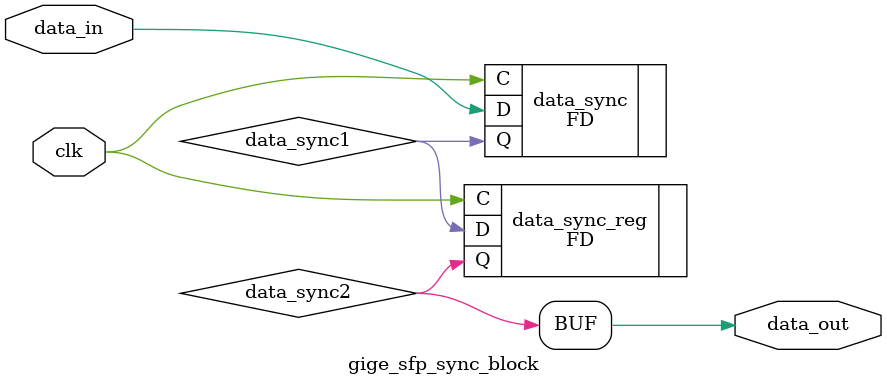
<source format=v>

`timescale 1ps / 1ps

module gige_sfp_sync_block #(
  parameter INITIALISE = 2'b00
)
(
  input        clk,              // clock to be sync'ed to
  input        data_in,          // Data to be 'synced'
  output       data_out          // synced data
);

  // Internal Signals
  wire data_sync1;
  wire data_sync2;


  (* shreg_extract = "no", ASYNC_REG = "TRUE", RLOC = "X0Y0" *)
  FD #(
    .INIT (INITIALISE[0])
  ) data_sync (
    .C  (clk),
    .D  (data_in),
    .Q  (data_sync1)
  );


  (* shreg_extract = "no", RLOC = "X0Y0" *)
  FD #(
   .INIT (INITIALISE[1])
  ) data_sync_reg (
  .C  (clk),
  .D  (data_sync1),
  .Q  (data_sync2)
  );


  assign data_out = data_sync2;


endmodule



</source>
